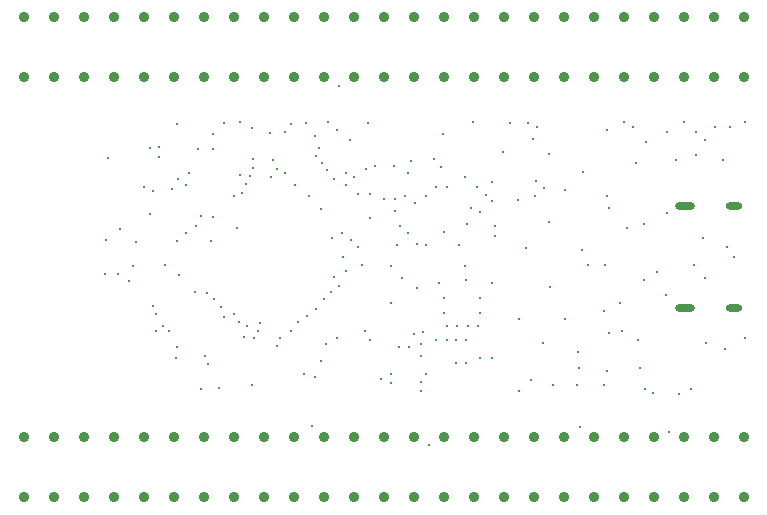
<source format=gbr>
%TF.GenerationSoftware,Altium Limited,Altium Designer,19.0.15 (446)*%
G04 Layer_Color=0*
%FSLAX45Y45*%
%MOMM*%
%TF.FileFunction,Plated,1,4,PTH,Drill*%
%TF.Part,Single*%
G01*
G75*
%TA.AperFunction,ComponentDrill*%
%ADD85C,0.90000*%
%ADD86O,1.40000X0.60000*%
%ADD87O,1.70000X0.60000*%
%TA.AperFunction,ViaDrill,NotFilled*%
%ADD88C,0.30000*%
D85*
X7112000Y8636000D02*
D03*
X6604000D02*
D03*
X6858000D02*
D03*
X6350000D02*
D03*
X7366000D02*
D03*
X7874000D02*
D03*
X7620000D02*
D03*
X9652000D02*
D03*
X9398000D02*
D03*
X9906000D02*
D03*
X10160000D02*
D03*
X9144000D02*
D03*
X8890000D02*
D03*
X8382000D02*
D03*
X8636000D02*
D03*
X8128000D02*
D03*
X10414000D02*
D03*
X10922000D02*
D03*
X10668000D02*
D03*
X11176000D02*
D03*
X11430000D02*
D03*
X12446000D02*
D03*
X12192000D02*
D03*
X11684000D02*
D03*
X11938000D02*
D03*
X7112000Y5080000D02*
D03*
X6604000D02*
D03*
X6858000D02*
D03*
X6350000D02*
D03*
X7366000D02*
D03*
X7874000D02*
D03*
X7620000D02*
D03*
X9652000D02*
D03*
X9398000D02*
D03*
X9906000D02*
D03*
X10160000D02*
D03*
X9144000D02*
D03*
X8890000D02*
D03*
X8382000D02*
D03*
X8636000D02*
D03*
X8128000D02*
D03*
X10414000D02*
D03*
X10922000D02*
D03*
X10668000D02*
D03*
X11176000D02*
D03*
X11430000D02*
D03*
X12446000D02*
D03*
X12192000D02*
D03*
X11684000D02*
D03*
X11938000D02*
D03*
X7112000Y9144000D02*
D03*
X6604000D02*
D03*
X6858000D02*
D03*
X6350000D02*
D03*
X7366000D02*
D03*
X7874000D02*
D03*
X7620000D02*
D03*
X9652000D02*
D03*
X9398000D02*
D03*
X9906000D02*
D03*
X10160000D02*
D03*
X9144000D02*
D03*
X8890000D02*
D03*
X8382000D02*
D03*
X8636000D02*
D03*
X8128000D02*
D03*
X10414000D02*
D03*
X10922000D02*
D03*
X10668000D02*
D03*
X11176000D02*
D03*
X11430000D02*
D03*
X12446000D02*
D03*
X12192000D02*
D03*
X11684000D02*
D03*
X11938000D02*
D03*
X7112000Y5588000D02*
D03*
X6604000D02*
D03*
X6858000D02*
D03*
X6350000D02*
D03*
X7366000D02*
D03*
X7874000D02*
D03*
X7620000D02*
D03*
X9652000D02*
D03*
X9398000D02*
D03*
X9906000D02*
D03*
X10160000D02*
D03*
X9144000D02*
D03*
X8890000D02*
D03*
X8382000D02*
D03*
X8636000D02*
D03*
X8128000D02*
D03*
X10414000D02*
D03*
X10922000D02*
D03*
X10668000D02*
D03*
X11176000D02*
D03*
X11430000D02*
D03*
X12446000D02*
D03*
X12192000D02*
D03*
X11684000D02*
D03*
X11938000D02*
D03*
D86*
X12366250Y7544000D02*
D03*
Y6680000D02*
D03*
D87*
X11948250Y7544000D02*
D03*
Y6680000D02*
D03*
D88*
X7937500Y7255026D02*
D03*
X7848600Y7461728D02*
D03*
X7810500Y7378700D02*
D03*
X8155691Y7362703D02*
D03*
X7416400Y8035100D02*
D03*
X10210800Y6260144D02*
D03*
X9604678Y7320596D02*
D03*
X8559800Y7823200D02*
D03*
X8458200Y7933500D02*
D03*
X8496300Y7861300D02*
D03*
X8441196Y7790231D02*
D03*
X8293100Y7868604D02*
D03*
X8267700Y7797200D02*
D03*
X8229600Y7734300D02*
D03*
X8199321Y7658100D02*
D03*
X8961321Y7277100D02*
D03*
X9217786Y7048500D02*
D03*
X9679197Y6855969D02*
D03*
X8953500Y6823000D02*
D03*
X8890000Y6756400D02*
D03*
X8826500Y6673594D02*
D03*
X8750300Y6616700D02*
D03*
X9017000Y6870700D02*
D03*
X9653038Y6461886D02*
D03*
X9055100Y7112925D02*
D03*
X9459131Y7036865D02*
D03*
X10690330Y7760656D02*
D03*
X10756900Y7696200D02*
D03*
X9902040Y8154176D02*
D03*
X10341808Y7291314D02*
D03*
X11054131Y6172200D02*
D03*
X10796630Y7408985D02*
D03*
X10803541Y6860547D02*
D03*
X11048044Y6314970D02*
D03*
X10677358Y7631730D02*
D03*
X11078574Y7175666D02*
D03*
X12366250Y7112925D02*
D03*
X11305300Y6469275D02*
D03*
X11413639Y6492114D02*
D03*
X11462006Y7356997D02*
D03*
X11998250Y5997697D02*
D03*
X11274302Y7046685D02*
D03*
X11680470Y5963100D02*
D03*
X11290300Y6146966D02*
D03*
X11531600Y7912100D02*
D03*
X8978900Y6946900D02*
D03*
X9728200Y6477000D02*
D03*
X11811980Y5637159D02*
D03*
X11568981Y6172200D02*
D03*
X11061700Y5676900D02*
D03*
X10316574Y6261100D02*
D03*
X9279466Y6413500D02*
D03*
X9715500Y6375400D02*
D03*
Y6273800D02*
D03*
X9760019Y6121400D02*
D03*
X9525000Y6350000D02*
D03*
X9004300Y6426106D02*
D03*
X9715500Y5981700D02*
D03*
X8910800Y6375400D02*
D03*
X9715500Y6060970D02*
D03*
X8677550Y6565900D02*
D03*
X8610600Y6487100D02*
D03*
X8864600Y6237464D02*
D03*
X8525150Y6426200D02*
D03*
X7848600Y5994400D02*
D03*
X8497881Y6362700D02*
D03*
X8820406Y6096000D02*
D03*
X8724900Y6121400D02*
D03*
X9779000Y5524500D02*
D03*
X8284216Y6032500D02*
D03*
X8348316Y6556270D02*
D03*
X8788400Y5688644D02*
D03*
X8216900Y6438900D02*
D03*
X8331569Y6489700D02*
D03*
X8296600Y6426106D02*
D03*
X7886700Y6273800D02*
D03*
X8242300Y6532173D02*
D03*
X8176754Y6565000D02*
D03*
X8128000Y6629400D02*
D03*
X8049660Y6604000D02*
D03*
X8019500Y6692900D02*
D03*
X7962900Y6756400D02*
D03*
X7899400Y6807200D02*
D03*
X7802173Y6823000D02*
D03*
X7638096Y6261100D02*
D03*
X7645400Y6350000D02*
D03*
X7581900Y6487100D02*
D03*
X7531100Y6527800D02*
D03*
X7467600Y6487100D02*
D03*
X7035800Y6972300D02*
D03*
X7150100Y6971728D02*
D03*
X7277100Y7035800D02*
D03*
X7467600Y6629400D02*
D03*
X7448619Y6703100D02*
D03*
X7663840Y6960996D02*
D03*
X7549941Y7046685D02*
D03*
X7239000Y6914010D02*
D03*
X7302500Y7239000D02*
D03*
X7493000Y8048500D02*
D03*
X7442200Y7670800D02*
D03*
X7721600Y7320596D02*
D03*
X7645400Y8242300D02*
D03*
Y7251700D02*
D03*
X7416800Y7480300D02*
D03*
X7747000Y7823200D02*
D03*
X7658100Y7772400D02*
D03*
X7607300Y7691827D02*
D03*
X7721600Y7727950D02*
D03*
X8128000Y7629630D02*
D03*
X7950200Y7454900D02*
D03*
X9017956Y8559800D02*
D03*
X8432966Y8166100D02*
D03*
X8610600Y8242300D02*
D03*
X8293100Y7944431D02*
D03*
X8178800Y8255000D02*
D03*
X8280400Y8204200D02*
D03*
X8178800Y7810500D02*
D03*
X7950200Y8026400D02*
D03*
X8559800Y8173359D02*
D03*
X8820406Y8143800D02*
D03*
X8851900Y8039100D02*
D03*
X8737298Y8246417D02*
D03*
X8826500Y7969800D02*
D03*
X8928100Y8255000D02*
D03*
X9004300Y8193000D02*
D03*
X9114397Y8108950D02*
D03*
X9575800Y7629630D02*
D03*
X9283700Y7645400D02*
D03*
X9182100D02*
D03*
X9401071Y7603439D02*
D03*
X9080500Y7721600D02*
D03*
X8978900Y7772400D02*
D03*
X8915400Y7848600D02*
D03*
X9080500Y7823200D02*
D03*
X9496529Y7603439D02*
D03*
X9537700Y7378700D02*
D03*
X9144000Y7791100D02*
D03*
X8877300Y7911579D02*
D03*
X8648700Y7724897D02*
D03*
X10156062Y8255000D02*
D03*
X8763000Y7632700D02*
D03*
X9245600Y7861300D02*
D03*
X9321800Y7886700D02*
D03*
X10464800Y8253110D02*
D03*
X8864600Y7521727D02*
D03*
X10617200Y8253110D02*
D03*
X9601200Y7823200D02*
D03*
X10693400Y8216900D02*
D03*
X10083800Y7791100D02*
D03*
X10541000Y5981700D02*
D03*
X10642600Y6073100D02*
D03*
X10833100Y6031000D02*
D03*
X11036300Y6032500D02*
D03*
X11264900Y6031000D02*
D03*
X11607800Y5994400D02*
D03*
X11895750Y5956300D02*
D03*
X12292100Y6337300D02*
D03*
X12460200Y6426106D02*
D03*
X12125025Y6390751D02*
D03*
X11710030Y6987000D02*
D03*
X12460200Y8254721D02*
D03*
X12268200Y7933500D02*
D03*
X12039600Y7978670D02*
D03*
X11796980Y8175730D02*
D03*
X11620500Y8089900D02*
D03*
X11290300Y8193753D02*
D03*
X10795000Y7987300D02*
D03*
X10662939Y8117281D02*
D03*
X10410200Y8001000D02*
D03*
X9822750Y7944431D02*
D03*
X9753353Y7629630D02*
D03*
X9663200Y7569200D02*
D03*
X9867900Y6896233D02*
D03*
X10312470Y6897000D02*
D03*
X10096500Y6921081D02*
D03*
X10033000Y7219340D02*
D03*
X10083800Y7035800D02*
D03*
X10107900Y7391307D02*
D03*
X9880600Y7874000D02*
D03*
X9496529Y7506727D02*
D03*
X10312470Y7747000D02*
D03*
X9842500Y7708900D02*
D03*
X9042400Y7320596D02*
D03*
X10185400Y7708900D02*
D03*
X9931427D02*
D03*
X11430000Y8254721D02*
D03*
X10261600Y7642330D02*
D03*
X10134600Y7529437D02*
D03*
X10312400Y7589783D02*
D03*
X10210800Y7493000D02*
D03*
X9283700Y7442200D02*
D03*
X9262600Y8246417D02*
D03*
X9626600Y7924800D02*
D03*
X9486900Y7886700D02*
D03*
X11506200Y8216900D02*
D03*
X9906000Y7327000D02*
D03*
X9760019Y7213600D02*
D03*
X9118600Y7262900D02*
D03*
X10337800Y7378700D02*
D03*
X9182100Y7200900D02*
D03*
X11938000Y8255000D02*
D03*
X9080500Y6997700D02*
D03*
X7912100Y6211182D02*
D03*
X8001000Y6007100D02*
D03*
X10198100Y6527800D02*
D03*
X10109200Y6532173D02*
D03*
X10020300D02*
D03*
X9931400D02*
D03*
X10096500Y6410430D02*
D03*
X10013500D02*
D03*
X9931400D02*
D03*
X9842500D02*
D03*
X9374100Y6083300D02*
D03*
X9459407Y6045200D02*
D03*
Y6121400D02*
D03*
X9613900Y6350000D02*
D03*
X9244100Y6491421D02*
D03*
X9461500Y6726627D02*
D03*
X9550400Y6938759D02*
D03*
X7048500Y7262900D02*
D03*
X7162800Y7355952D02*
D03*
X7366000Y7708900D02*
D03*
X7061200Y7950200D02*
D03*
X7493000Y7965970D02*
D03*
X7823200Y8026400D02*
D03*
X7950200Y8153400D02*
D03*
X8049660Y8246417D02*
D03*
X11303000Y7531100D02*
D03*
X11606300Y7391307D02*
D03*
X11125200Y7048500D02*
D03*
X11264900Y6654800D02*
D03*
X12103100Y7277100D02*
D03*
X12306300Y7202400D02*
D03*
X12026900Y7048500D02*
D03*
X12118800Y6934200D02*
D03*
X10536627Y7594600D02*
D03*
X11553930Y6410430D02*
D03*
X10604500Y7188200D02*
D03*
X9512300Y7213600D02*
D03*
X9677400Y7226300D02*
D03*
X10096500Y6213974D02*
D03*
X10013500D02*
D03*
X10210800Y6638238D02*
D03*
Y6772170D02*
D03*
X9906000D02*
D03*
Y6638238D02*
D03*
X10934700Y6591300D02*
D03*
X11874500Y7937500D02*
D03*
X10934700Y7683500D02*
D03*
X12039600Y8175730D02*
D03*
X12115800Y8108950D02*
D03*
X12204700Y8216900D02*
D03*
X12331700D02*
D03*
X11798300Y7491115D02*
D03*
X11785600Y6792000D02*
D03*
X11398639Y6726627D02*
D03*
X11606300Y6921081D02*
D03*
X10541000Y6591300D02*
D03*
X10744200Y6388100D02*
D03*
X11087100Y7832281D02*
D03*
X11290300Y7629630D02*
D03*
%TF.MD5,fd2ed37031d83fe5495a69fce994f98c*%
M02*

</source>
